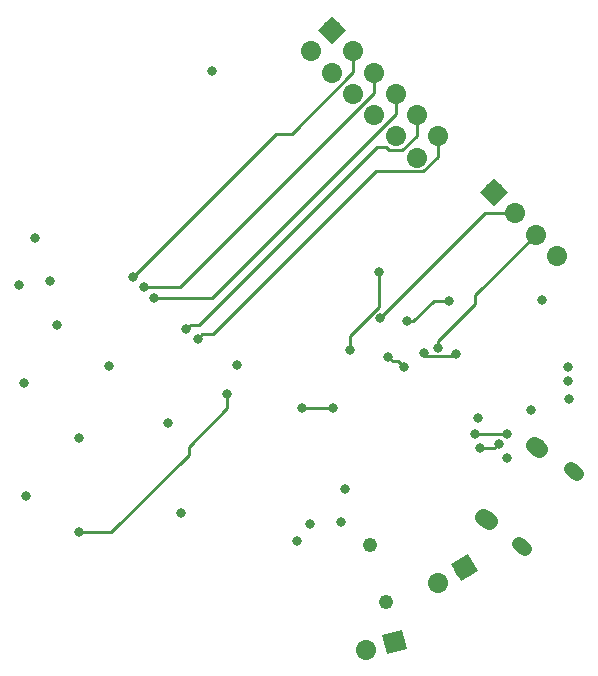
<source format=gbr>
G04 #@! TF.GenerationSoftware,KiCad,Pcbnew,(5.1.4)-1*
G04 #@! TF.CreationDate,2020-04-17T22:35:52+02:00*
G04 #@! TF.ProjectId,Sensorbaustein,53656e73-6f72-4626-9175-737465696e2e,1.7*
G04 #@! TF.SameCoordinates,Original*
G04 #@! TF.FileFunction,Copper,L4,Bot*
G04 #@! TF.FilePolarity,Positive*
%FSLAX46Y46*%
G04 Gerber Fmt 4.6, Leading zero omitted, Abs format (unit mm)*
G04 Created by KiCad (PCBNEW (5.1.4)-1) date 2020-04-17 22:35:52*
%MOMM*%
%LPD*%
G04 APERTURE LIST*
%ADD10C,1.450000*%
%ADD11C,1.450000*%
%ADD12C,1.150000*%
%ADD13C,1.150000*%
%ADD14C,1.700000*%
%ADD15C,0.100000*%
%ADD16C,1.700000*%
%ADD17C,1.210000*%
%ADD18C,0.800000*%
%ADD19C,0.250000*%
G04 APERTURE END LIST*
D10*
X156347996Y-121190225D03*
D11*
X156122729Y-121032491D02*
X156573263Y-121347959D01*
D10*
X160621141Y-115087542D03*
D11*
X160395874Y-114929808D02*
X160846408Y-115245276D01*
D12*
X159374738Y-123492688D03*
D13*
X159108514Y-123306276D02*
X159640962Y-123679100D01*
D12*
X163819955Y-117144260D03*
D13*
X163553731Y-116957848D02*
X164086179Y-117330672D01*
D14*
X148600000Y-131600000D03*
D15*
G36*
X149641033Y-132201041D02*
G01*
X147998959Y-132641033D01*
X147558967Y-130998959D01*
X149201041Y-130558967D01*
X149641033Y-132201041D01*
X149641033Y-132201041D01*
G37*
D14*
X146146548Y-132257400D03*
D16*
X146146548Y-132257400D02*
X146146548Y-132257400D01*
D17*
X147853518Y-128238963D03*
X146546482Y-123361037D03*
D14*
X157000000Y-93500000D03*
D15*
G36*
X157000000Y-94702082D02*
G01*
X155797918Y-93500000D01*
X157000000Y-92297918D01*
X158202082Y-93500000D01*
X157000000Y-94702082D01*
X157000000Y-94702082D01*
G37*
D14*
X158796051Y-95296051D03*
D16*
X158796051Y-95296051D02*
X158796051Y-95296051D01*
D14*
X160592102Y-97092102D03*
D16*
X160592102Y-97092102D02*
X160592102Y-97092102D01*
D14*
X162388154Y-98888154D03*
D16*
X162388154Y-98888154D02*
X162388154Y-98888154D01*
D14*
X143300000Y-79800000D03*
D15*
G36*
X143300000Y-81002082D02*
G01*
X142097918Y-79800000D01*
X143300000Y-78597918D01*
X144502082Y-79800000D01*
X143300000Y-81002082D01*
X143300000Y-81002082D01*
G37*
D14*
X141503949Y-81596051D03*
D16*
X141503949Y-81596051D02*
X141503949Y-81596051D01*
D14*
X145096051Y-81596051D03*
D16*
X145096051Y-81596051D02*
X145096051Y-81596051D01*
D14*
X143300000Y-83392102D03*
D16*
X143300000Y-83392102D02*
X143300000Y-83392102D01*
D14*
X146892102Y-83392102D03*
D16*
X146892102Y-83392102D02*
X146892102Y-83392102D01*
D14*
X145096051Y-85188154D03*
D16*
X145096051Y-85188154D02*
X145096051Y-85188154D01*
D14*
X148688154Y-85188154D03*
D16*
X148688154Y-85188154D02*
X148688154Y-85188154D01*
D14*
X146892102Y-86984205D03*
D16*
X146892102Y-86984205D02*
X146892102Y-86984205D01*
D14*
X150484205Y-86984205D03*
D16*
X150484205Y-86984205D02*
X150484205Y-86984205D01*
D14*
X148688154Y-88780256D03*
D16*
X148688154Y-88780256D02*
X148688154Y-88780256D01*
D14*
X152280256Y-88780256D03*
D16*
X152280256Y-88780256D02*
X152280256Y-88780256D01*
D14*
X150484205Y-90576307D03*
D16*
X150484205Y-90576307D02*
X150484205Y-90576307D01*
D14*
X154500000Y-125300000D03*
D15*
G36*
X153338878Y-124988878D02*
G01*
X154811122Y-124138878D01*
X155661122Y-125611122D01*
X154188878Y-126461122D01*
X153338878Y-124988878D01*
X153338878Y-124988878D01*
G37*
D14*
X152300295Y-126570000D03*
D16*
X152300295Y-126570000D02*
X152300295Y-126570000D01*
D18*
X163314990Y-108325010D03*
X160190000Y-111960000D03*
X130500000Y-120700000D03*
X119400000Y-101000000D03*
X141400000Y-121600000D03*
X129410000Y-113090000D03*
X124460000Y-108260000D03*
X155400000Y-114000000D03*
X158100000Y-114000000D03*
X157400000Y-114800000D03*
X155825000Y-115199999D03*
X152312652Y-106660000D03*
X147327653Y-104197653D03*
X149610102Y-104439898D03*
X153250000Y-102680000D03*
X143400000Y-111800000D03*
X140730000Y-111800000D03*
X153762653Y-107237347D03*
X151050000Y-107160000D03*
X148024847Y-107424847D03*
X149400000Y-108300000D03*
X144800000Y-106900000D03*
X147300000Y-100240000D03*
X134450000Y-110610000D03*
X121900000Y-122260000D03*
X131930000Y-105950000D03*
X130970000Y-105130000D03*
X128230000Y-102460000D03*
X127360000Y-101560000D03*
X126420000Y-100680000D03*
X135300000Y-108182231D03*
X155700000Y-112600000D03*
X163400000Y-111000000D03*
X158100000Y-116000000D03*
X118148942Y-97351058D03*
X161060000Y-102600000D03*
X163320000Y-109500000D03*
X116800000Y-101400000D03*
X140300000Y-123000000D03*
X144400000Y-118600000D03*
X144100000Y-121400000D03*
X119990000Y-104720000D03*
X133140000Y-83210000D03*
X117200000Y-109650000D03*
X121880000Y-114280000D03*
X117400000Y-119200000D03*
D19*
X155400000Y-114000000D02*
X158100000Y-114000000D01*
X158100000Y-114000000D02*
X158125001Y-114025001D01*
X157000001Y-115199999D02*
X156100001Y-115199999D01*
X157400000Y-114800000D02*
X157000001Y-115199999D01*
X156100001Y-115199999D02*
X155825000Y-115199999D01*
X152312652Y-106094315D02*
X155430000Y-102976967D01*
X152312652Y-106660000D02*
X152312652Y-106094315D01*
X155430000Y-102254204D02*
X160592102Y-97092102D01*
X155430000Y-102976967D02*
X155430000Y-102254204D01*
X156229255Y-95296051D02*
X158796051Y-95296051D01*
X147327653Y-104197653D02*
X156229255Y-95296051D01*
X150175787Y-104439898D02*
X151925685Y-102690000D01*
X149610102Y-104439898D02*
X150175787Y-104439898D01*
X151925685Y-102690000D02*
X153240000Y-102690000D01*
X153240000Y-102690000D02*
X153250000Y-102680000D01*
X143300000Y-111900000D02*
X143400000Y-111800000D01*
X143280000Y-111680000D02*
X143400000Y-111800000D01*
X143400000Y-111800000D02*
X140730000Y-111800000D01*
X152265685Y-107400000D02*
X153600000Y-107400000D01*
X153600000Y-107400000D02*
X153762653Y-107237347D01*
X152265685Y-107400000D02*
X151290000Y-107400000D01*
X151290000Y-107400000D02*
X151050000Y-107160000D01*
X148424846Y-107824846D02*
X148924846Y-107824846D01*
X148024847Y-107424847D02*
X148424846Y-107824846D01*
X148924846Y-107824846D02*
X149400000Y-108300000D01*
X147300000Y-101875000D02*
X147300000Y-103200000D01*
X147300000Y-103200000D02*
X144800000Y-105700000D01*
X144800000Y-105700000D02*
X144800000Y-106900000D01*
X147300000Y-101875000D02*
X147300000Y-100240000D01*
X134450000Y-110610000D02*
X134450000Y-111510000D01*
X134450000Y-111510000D02*
X134450000Y-111810000D01*
X134450000Y-111810000D02*
X131160000Y-115100000D01*
X131160000Y-115100000D02*
X131160000Y-115730000D01*
X131160000Y-115730000D02*
X124630000Y-122260000D01*
X124630000Y-122260000D02*
X121900000Y-122260000D01*
X132329999Y-105550001D02*
X133219999Y-105550001D01*
X131930000Y-105950000D02*
X132329999Y-105550001D01*
X152280256Y-89982337D02*
X152280256Y-88780256D01*
X152280256Y-90519258D02*
X152280256Y-89982337D01*
X151048206Y-91751308D02*
X152280256Y-90519258D01*
X147018692Y-91751308D02*
X151048206Y-91751308D01*
X133219999Y-105550001D02*
X147018692Y-91751308D01*
X131369999Y-104730001D02*
X132029999Y-104730001D01*
X130970000Y-105130000D02*
X131369999Y-104730001D01*
X149252155Y-89955257D02*
X150484205Y-88723207D01*
X150484205Y-88723207D02*
X150484205Y-88186286D01*
X148124153Y-89955257D02*
X149252155Y-89955257D01*
X147838896Y-89670000D02*
X148124153Y-89955257D01*
X150484205Y-88186286D02*
X150484205Y-86984205D01*
X147090000Y-89670000D02*
X147838896Y-89670000D01*
X132029999Y-104730001D02*
X147090000Y-89670000D01*
X148688154Y-86927155D02*
X148688154Y-85188154D01*
X128230000Y-102460000D02*
X133155309Y-102460000D01*
X133155309Y-102460000D02*
X148688154Y-86927155D01*
X146892102Y-84594183D02*
X146892102Y-83392102D01*
X146892102Y-85131105D02*
X146892102Y-84594183D01*
X130463207Y-101560000D02*
X146892102Y-85131105D01*
X127360000Y-101560000D02*
X130463207Y-101560000D01*
X126420000Y-100680000D02*
X138554142Y-88545858D01*
X145096051Y-82798132D02*
X145096051Y-81596051D01*
X145096051Y-83335053D02*
X145096051Y-82798132D01*
X139885246Y-88545858D02*
X145096051Y-83335053D01*
X138554142Y-88545858D02*
X139885246Y-88545858D01*
M02*

</source>
